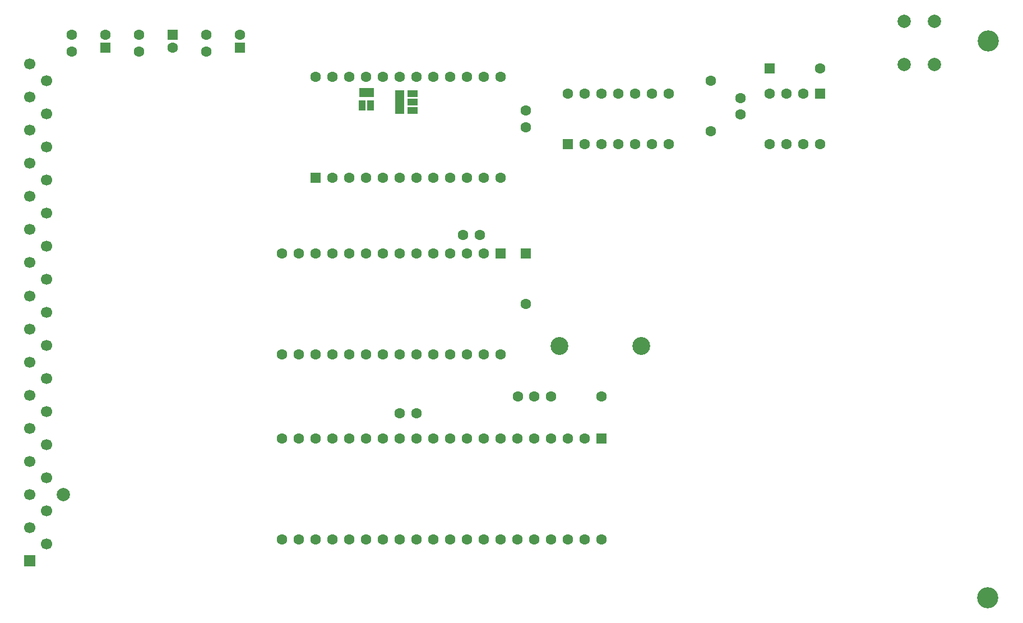
<source format=gbr>
%TF.GenerationSoftware,KiCad,Pcbnew,9.0.6*%
%TF.CreationDate,2026-02-07T23:24:05+01:00*%
%TF.ProjectId,EMUF_6504,454d5546-5f36-4353-9034-2e6b69636164,rev?*%
%TF.SameCoordinates,Original*%
%TF.FileFunction,Soldermask,Bot*%
%TF.FilePolarity,Negative*%
%FSLAX46Y46*%
G04 Gerber Fmt 4.6, Leading zero omitted, Abs format (unit mm)*
G04 Created by KiCad (PCBNEW 9.0.6) date 2026-02-07 23:24:05*
%MOMM*%
%LPD*%
G01*
G04 APERTURE LIST*
G04 Aperture macros list*
%AMRoundRect*
0 Rectangle with rounded corners*
0 $1 Rounding radius*
0 $2 $3 $4 $5 $6 $7 $8 $9 X,Y pos of 4 corners*
0 Add a 4 corners polygon primitive as box body*
4,1,4,$2,$3,$4,$5,$6,$7,$8,$9,$2,$3,0*
0 Add four circle primitives for the rounded corners*
1,1,$1+$1,$2,$3*
1,1,$1+$1,$4,$5*
1,1,$1+$1,$6,$7*
1,1,$1+$1,$8,$9*
0 Add four rect primitives between the rounded corners*
20,1,$1+$1,$2,$3,$4,$5,0*
20,1,$1+$1,$4,$5,$6,$7,0*
20,1,$1+$1,$6,$7,$8,$9,0*
20,1,$1+$1,$8,$9,$2,$3,0*%
G04 Aperture macros list end*
%ADD10R,1.700000X1.700000*%
%ADD11C,1.700000*%
%ADD12C,1.600000*%
%ADD13RoundRect,0.250000X-0.550000X0.550000X-0.550000X-0.550000X0.550000X-0.550000X0.550000X0.550000X0*%
%ADD14C,2.700000*%
%ADD15RoundRect,0.250000X0.550000X-0.550000X0.550000X0.550000X-0.550000X0.550000X-0.550000X-0.550000X0*%
%ADD16C,2.000000*%
%ADD17RoundRect,0.250000X-0.550000X-0.550000X0.550000X-0.550000X0.550000X0.550000X-0.550000X0.550000X0*%
%ADD18C,3.200000*%
%ADD19R,1.500000X1.000000*%
%ADD20R,1.465000X3.570000*%
%ADD21R,1.000000X1.500000*%
%ADD22R,2.293000X1.465000*%
G04 APERTURE END LIST*
D10*
%TO.C,J1*%
X45720000Y-126440000D03*
D11*
X48220000Y-123940000D03*
X45720000Y-121440000D03*
X48220000Y-118940000D03*
X45720000Y-116440000D03*
X48220000Y-113940000D03*
X45720000Y-111440000D03*
X48220000Y-108940000D03*
X45720000Y-106440000D03*
X48220000Y-103940000D03*
X45720000Y-101440000D03*
X48220000Y-98940000D03*
X45720000Y-96440000D03*
X48220000Y-93940000D03*
X45720000Y-91440000D03*
X48220000Y-88940000D03*
X45720000Y-86440000D03*
X48220000Y-83940000D03*
X45720000Y-81440000D03*
X48220000Y-78940000D03*
X45720000Y-76440000D03*
X48220000Y-73940000D03*
X45720000Y-71440000D03*
X48220000Y-68940000D03*
X45720000Y-66440000D03*
X48220000Y-63940000D03*
X45720000Y-61440000D03*
X48220000Y-58940000D03*
X45720000Y-56440000D03*
X48220000Y-53940000D03*
X45720000Y-51440000D03*
%TD*%
D12*
%TO.C,C2*%
X153035000Y-59055000D03*
X153035000Y-56555000D03*
%TD*%
%TO.C,C4*%
X72390000Y-49530000D03*
X72390000Y-47030000D03*
%TD*%
%TO.C,C6*%
X52070000Y-49530000D03*
X52070000Y-47030000D03*
%TD*%
%TO.C,C8*%
X62230000Y-47030000D03*
X62230000Y-49530000D03*
%TD*%
%TO.C,R1*%
X132080000Y-101600000D03*
X124460000Y-101600000D03*
%TD*%
%TO.C,R2*%
X148590000Y-53975000D03*
X148590000Y-61595000D03*
%TD*%
D13*
%TO.C,U5*%
X132080000Y-107950000D03*
D12*
X129540000Y-107950000D03*
X127000000Y-107950000D03*
X124460000Y-107950000D03*
X121920000Y-107950000D03*
X119380000Y-107950000D03*
X116840000Y-107950000D03*
X114300000Y-107950000D03*
X111760000Y-107950000D03*
X109220000Y-107950000D03*
X106680000Y-107950000D03*
X104140000Y-107950000D03*
X101600000Y-107950000D03*
X99060000Y-107950000D03*
X96520000Y-107950000D03*
X93980000Y-107950000D03*
X91440000Y-107950000D03*
X88900000Y-107950000D03*
X86360000Y-107950000D03*
X83820000Y-107950000D03*
X83820000Y-123190000D03*
X86360000Y-123190000D03*
X88900000Y-123190000D03*
X91440000Y-123190000D03*
X93980000Y-123190000D03*
X96520000Y-123190000D03*
X99060000Y-123190000D03*
X101600000Y-123190000D03*
X104140000Y-123190000D03*
X106680000Y-123190000D03*
X109220000Y-123190000D03*
X111760000Y-123190000D03*
X114300000Y-123190000D03*
X116840000Y-123190000D03*
X119380000Y-123190000D03*
X121920000Y-123190000D03*
X124460000Y-123190000D03*
X127000000Y-123190000D03*
X129540000Y-123190000D03*
X132080000Y-123190000D03*
%TD*%
D14*
%TO.C,Y1*%
X125730000Y-93980000D03*
X138070000Y-93980000D03*
%TD*%
D13*
%TO.C,U1*%
X116840000Y-80010000D03*
D12*
X114300000Y-80010000D03*
X111760000Y-80010000D03*
X109220000Y-80010000D03*
X106680000Y-80010000D03*
X104140000Y-80010000D03*
X101600000Y-80010000D03*
X99060000Y-80010000D03*
X96520000Y-80010000D03*
X93980000Y-80010000D03*
X91440000Y-80010000D03*
X88900000Y-80010000D03*
X86360000Y-80010000D03*
X83820000Y-80010000D03*
X83820000Y-95250000D03*
X86360000Y-95250000D03*
X88900000Y-95250000D03*
X91440000Y-95250000D03*
X93980000Y-95250000D03*
X96520000Y-95250000D03*
X99060000Y-95250000D03*
X101600000Y-95250000D03*
X104140000Y-95250000D03*
X106680000Y-95250000D03*
X109220000Y-95250000D03*
X111760000Y-95250000D03*
X114300000Y-95250000D03*
X116840000Y-95250000D03*
%TD*%
D13*
%TO.C,C7*%
X67310000Y-46990000D03*
D12*
X67310000Y-48990000D03*
%TD*%
D13*
%TO.C,U3*%
X165100000Y-55880000D03*
D12*
X162560000Y-55880000D03*
X160020000Y-55880000D03*
X157480000Y-55880000D03*
X157480000Y-63500000D03*
X160020000Y-63500000D03*
X162560000Y-63500000D03*
X165100000Y-63500000D03*
%TD*%
%TO.C,C11*%
X111125000Y-77216000D03*
X113625000Y-77216000D03*
%TD*%
D15*
%TO.C,U2*%
X127000000Y-63500000D03*
D12*
X129540000Y-63500000D03*
X132080000Y-63500000D03*
X134620000Y-63500000D03*
X137160000Y-63500000D03*
X139700000Y-63500000D03*
X142240000Y-63500000D03*
X142240000Y-55880000D03*
X139700000Y-55880000D03*
X137160000Y-55880000D03*
X134620000Y-55880000D03*
X132080000Y-55880000D03*
X129540000Y-55880000D03*
X127000000Y-55880000D03*
%TD*%
D15*
%TO.C,C5*%
X57150000Y-48990000D03*
D12*
X57150000Y-46990000D03*
%TD*%
D13*
%TO.C,D1*%
X120650000Y-80010000D03*
D12*
X120650000Y-87630000D03*
%TD*%
%TO.C,C9*%
X101600000Y-104140000D03*
X104100000Y-104140000D03*
%TD*%
%TO.C,C1*%
X121920000Y-101600000D03*
X119420000Y-101600000D03*
%TD*%
D15*
%TO.C,U4*%
X88900000Y-68580000D03*
D12*
X91440000Y-68580000D03*
X93980000Y-68580000D03*
X96520000Y-68580000D03*
X99060000Y-68580000D03*
X101600000Y-68580000D03*
X104140000Y-68580000D03*
X106680000Y-68580000D03*
X109220000Y-68580000D03*
X111760000Y-68580000D03*
X114300000Y-68580000D03*
X116840000Y-68580000D03*
X116840000Y-53340000D03*
X114300000Y-53340000D03*
X111760000Y-53340000D03*
X109220000Y-53340000D03*
X106680000Y-53340000D03*
X104140000Y-53340000D03*
X101600000Y-53340000D03*
X99060000Y-53340000D03*
X96520000Y-53340000D03*
X93980000Y-53340000D03*
X91440000Y-53340000D03*
X88900000Y-53340000D03*
%TD*%
D16*
%TO.C,SW1*%
X182300000Y-45010000D03*
X182300000Y-51510000D03*
X177800000Y-45010000D03*
X177800000Y-51510000D03*
%TD*%
D17*
%TO.C,D2*%
X157480000Y-52070000D03*
D12*
X165100000Y-52070000D03*
%TD*%
%TO.C,C10*%
X120650000Y-58460000D03*
X120650000Y-60960000D03*
%TD*%
D18*
%TO.C,REF\u002A\u002A*%
X190420000Y-47970000D03*
%TD*%
%TO.C,REF\u002A\u002A*%
X190400000Y-132000000D03*
%TD*%
D15*
%TO.C,C3*%
X77470000Y-48990000D03*
D12*
X77470000Y-46990000D03*
%TD*%
D19*
%TO.C,JP1*%
X103505000Y-55880000D03*
X103505000Y-57150000D03*
X103505000Y-58420000D03*
D20*
X101600000Y-57150000D03*
%TD*%
D21*
%TO.C,JP2*%
X97155000Y-57658000D03*
X95885000Y-57658000D03*
D22*
X96523500Y-55753000D03*
%TD*%
D16*
X50800000Y-116459000D03*
M02*

</source>
